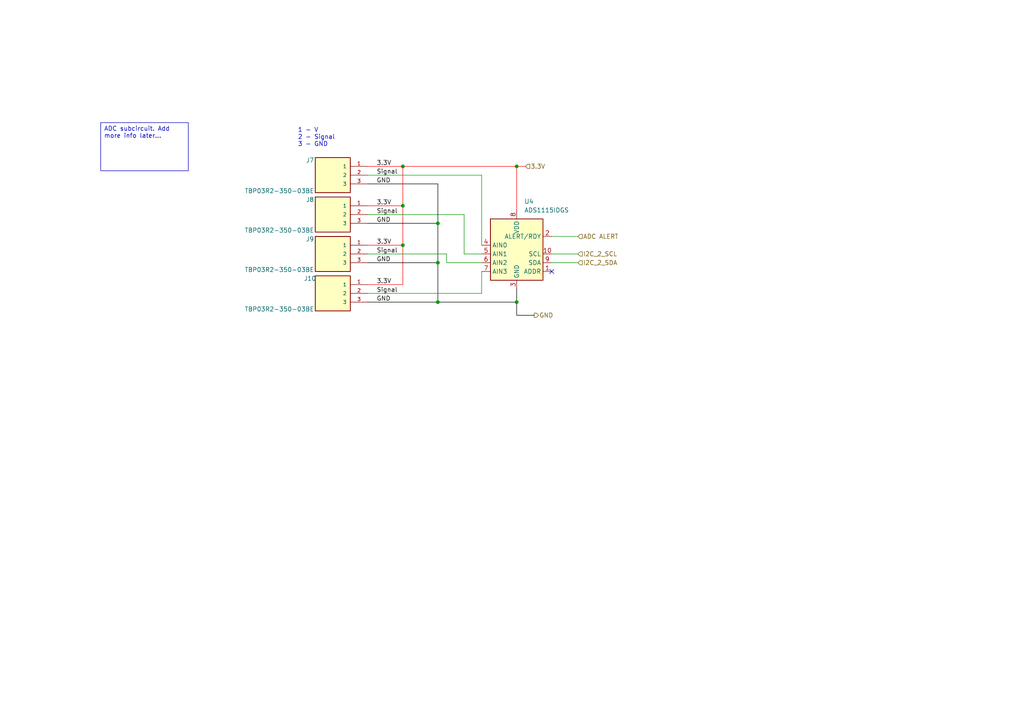
<source format=kicad_sch>
(kicad_sch (version 20231120) (generator "eeschema") (generator_version "8.0")
  (paper "A4")
  (lib_symbols
    (symbol "Analog_ADC:ADS1115IDGS"
      (property "Reference" "U" (at 2.54 13.97 0))
      (property "Value" "ADS1115IDGS" (at 7.62 11.43 0))
      (symbol "ADS1115IDGS_0_1"
        (rectangle (start -7.62 10.16) (end 7.62 -7.62) (stroke (width 0.254)) (fill (type background)))
      )
      (symbol "ADS1115IDGS_1_1"
        (pin input line (at 10.16 -5.08 180) (length 2.54) (name "ADDR") (number "1"))
        (pin input line (at 10.16 0 180) (length 2.54) (name "SCL") (number "10"))
        (pin output line (at 10.16 5.08 180) (length 2.54) (name "ALERT/RDY") (number "2"))
        (pin power_in line (at 0 -10.16 90) (length 2.54) (name "GND") (number "3"))
        (pin input line (at -10.16 2.54 0) (length 2.54) (name "AIN0") (number "4"))
        (pin input line (at -10.16 0 0) (length 2.54) (name "AIN1") (number "5"))
        (pin input line (at -10.16 -2.54 0) (length 2.54) (name "AIN2") (number "6"))
        (pin input line (at -10.16 -5.08 0) (length 2.54) (name "AIN3") (number "7"))
        (pin power_in line (at 0 12.7 270) (length 2.54) (name "VDD") (number "8"))
        (pin bidirectional line (at 10.16 -2.54 180) (length 2.54) (name "SDA") (number "9"))
      )
    )
    (symbol "TBP03R2-350-03BE:TBP03R2-350-03BE" (pin_names (offset 1.016))
      (property "Reference" "J" (at -5.08 7.62 0))
      (property "Value" "TBP03R2-350-03BE" (at -5.08 -7.62 0))
      (symbol "TBP03R2-350-03BE_0_0"
        (rectangle (start -5.08 -5.08) (end 5.08 5.08) (stroke (width 0.254)) (fill (type background)))
        (pin passive line (at -10.16 2.54 0) (length 5.08) (name "1") (number "1"))
        (pin passive line (at -10.16 0 0) (length 5.08) (name "2") (number "2"))
        (pin passive line (at -10.16 -2.54 0) (length 5.08) (name "3") (number "3"))
      )
    )
  )
  (junction (at 116.84 71.12))
  (junction (at 149.86 87.63))
  (junction (at 149.86 48.26))
  (junction (at 116.84 59.69))
  (junction (at 127 64.77))
  (junction (at 127 87.63))
  (junction (at 127 76.2))
  (junction (at 116.84 48.26))
  (no_connect (at 160.02 78.74))
  (wire (pts (xy 116.84 48.26) (xy 149.86 48.26)) (stroke (width 0) (color 255 0 0 1)))
  (wire (pts (xy 160.02 68.58) (xy 167.64 68.58)))
  (wire (pts (xy 106.68 53.34) (xy 127 53.34)) (stroke (width 0) (color 1 0 0 1)))
  (wire (pts (xy 149.86 87.63) (xy 149.86 91.44)) (stroke (width 0) (color 1 0 0 1)))
  (wire (pts (xy 160.02 73.66) (xy 167.64 73.66)))
  (wire (pts (xy 106.68 71.12) (xy 116.84 71.12)) (stroke (width 0) (color 255 0 0 1)))
  (wire (pts (xy 106.68 48.26) (xy 116.84 48.26)) (stroke (width 0) (color 255 0 0 1)))
  (wire (pts (xy 106.68 82.55) (xy 116.84 82.55)) (stroke (width 0) (color 255 0 0 1)))
  (wire (pts (xy 116.84 71.12) (xy 116.84 82.55)) (stroke (width 0) (color 255 0 0 1)))
  (wire (pts (xy 127 53.34) (xy 127 64.77)) (stroke (width 0) (color 1 0 0 1)))
  (wire (pts (xy 106.68 73.66) (xy 129.54 73.66)))
  (wire (pts (xy 127 64.77) (xy 127 76.2)) (stroke (width 0) (color 1 0 0 1)))
  (wire (pts (xy 116.84 59.69) (xy 116.84 71.12)) (stroke (width 0) (color 255 0 0 1)))
  (wire (pts (xy 106.68 50.8) (xy 139.7 50.8)))
  (wire (pts (xy 149.86 48.26) (xy 152.4 48.26)) (stroke (width 0) (color 255 0 0 1)))
  (wire (pts (xy 129.54 76.2) (xy 139.7 76.2)))
  (wire (pts (xy 134.62 73.66) (xy 139.7 73.66)))
  (wire (pts (xy 106.68 76.2) (xy 127 76.2)) (stroke (width 0) (color 1 0 0 1)))
  (wire (pts (xy 106.68 62.23) (xy 134.62 62.23)))
  (wire (pts (xy 160.02 76.2) (xy 167.64 76.2)))
  (wire (pts (xy 106.68 64.77) (xy 127 64.77)) (stroke (width 0) (color 1 0 0 1)))
  (wire (pts (xy 106.68 85.09) (xy 139.7 85.09)))
  (wire (pts (xy 127 87.63) (xy 149.86 87.63)) (stroke (width 0) (color 1 0 0 1)))
  (wire (pts (xy 106.68 87.63) (xy 127 87.63)) (stroke (width 0) (color 1 0 0 1)))
  (wire (pts (xy 149.86 91.44) (xy 154.94 91.44)) (stroke (width 0) (color 1 0 0 1)))
  (wire (pts (xy 129.54 73.66) (xy 129.54 76.2)))
  (wire (pts (xy 139.7 50.8) (xy 139.7 71.12)))
  (wire (pts (xy 116.84 48.26) (xy 116.84 59.69)) (stroke (width 0) (color 255 0 0 1)))
  (wire (pts (xy 149.86 83.82) (xy 149.86 87.63)) (stroke (width 0) (color 1 0 0 1)))
  (wire (pts (xy 149.86 48.26) (xy 149.86 60.96)) (stroke (width 0) (color 255 0 0 1)))
  (wire (pts (xy 134.62 62.23) (xy 134.62 73.66)))
  (wire (pts (xy 106.68 59.69) (xy 116.84 59.69)) (stroke (width 0) (color 255 0 0 1)))
  (wire (pts (xy 127 76.2) (xy 127 87.63)) (stroke (width 0) (color 1 0 0 1)))
  (wire (pts (xy 139.7 85.09) (xy 139.7 78.74)))
  (text_box "ADC subcircuit. Add more info later...\n" (at 29.21 35.56 0) (size 25.4 13.97) (effects (font (size 1.27 1.27)) (justify left top)))
  (text "1 - V\n2 - Signal\n3 - GND" (at 86.36 39.878 0) (effects (font (size 1.27 1.27)) (justify left)))
  (label "Signal" (at 109.22 50.8 0))
  (label "3.3V" (at 109.22 71.12 0))
  (label "GND" (at 109.22 76.2 0))
  (label "Signal" (at 109.22 62.23 0))
  (label "GND" (at 109.22 53.34 0))
  (label "3.3V" (at 109.22 48.26 0))
  (label "GND" (at 109.22 87.63 0))
  (label "3.3V" (at 109.22 82.55 0))
  (label "Signal" (at 109.22 73.66 0))
  (label "3.3V" (at 109.22 59.69 0))
  (label "GND" (at 109.22 64.77 0))
  (label "Signal" (at 109.22 85.09 0))
  (hierarchical_label "3.3V" (shape input) (at 152.4 48.26 0))
  (hierarchical_label "I2C_2_SCL" (shape input) (at 167.64 73.66 0))
  (hierarchical_label "ADC ALERT" (shape input) (at 167.64 68.58 0))
  (hierarchical_label "I2C_2_SDA" (shape input) (at 167.64 76.2 0))
  (hierarchical_label "GND" (shape output) (at 154.94 91.44 0))
  (symbol (lib_id "TBP03R2-350-03BE:TBP03R2-350-03BE") (at 96.52 73.66 0) (mirror y) (unit 1)
    (property "Reference" "J9" (at 89.916 69.342 0))
    (property "Value" "TBP03R2-350-03BE" (at 81.026 78.232 0))
    (property "Footprint" "TBP03R2_350_03BE:CUI_TBP03R2-350-03BE" (effects (hide yes)))
    (property "PARTREV" "1.0" (effects (hide yes)))
    (property "STANDARD" "Manufacturer Recommendations" (effects (hide yes)))
    (property "MAXIMUM_PACKAGE_HEIGHT" "9.50mm" (effects (hide yes)))
    (property "MANUFACTURER" "CUI Devices" (effects (hide yes)))
  )
  (symbol (lib_id "TBP03R2-350-03BE:TBP03R2-350-03BE") (at 96.52 50.8 0) (mirror y) (unit 1)
    (property "Reference" "J7" (at 89.916 46.482 0))
    (property "Value" "TBP03R2-350-03BE" (at 81.026 55.372 0))
    (property "Footprint" "TBP03R2_350_03BE:CUI_TBP03R2-350-03BE" (effects (hide yes)))
    (property "PARTREV" "1.0" (effects (hide yes)))
    (property "STANDARD" "Manufacturer Recommendations" (effects (hide yes)))
    (property "MAXIMUM_PACKAGE_HEIGHT" "9.50mm" (effects (hide yes)))
    (property "MANUFACTURER" "CUI Devices" (effects (hide yes)))
  )
  (symbol (lib_id "TBP03R2-350-03BE:TBP03R2-350-03BE") (at 96.52 62.23 0) (mirror y) (unit 1)
    (property "Reference" "J8" (at 89.916 57.912 0))
    (property "Value" "TBP03R2-350-03BE" (at 81.026 66.802 0))
    (property "Footprint" "TBP03R2_350_03BE:CUI_TBP03R2-350-03BE" (effects (hide yes)))
    (property "PARTREV" "1.0" (effects (hide yes)))
    (property "STANDARD" "Manufacturer Recommendations" (effects (hide yes)))
    (property "MAXIMUM_PACKAGE_HEIGHT" "9.50mm" (effects (hide yes)))
    (property "MANUFACTURER" "CUI Devices" (effects (hide yes)))
  )
  (symbol (lib_id "Analog_ADC:ADS1115IDGS") (at 149.86 73.66 0) (unit 1)
    (property "Reference" "U4" (at 152.0541 58.42 0) (effects (justify left)))
    (property "Value" "ADS1115IDGS" (at 152.0541 60.96 0) (effects (justify left)))
    (property "Footprint" "Package_SO:TSSOP-10_3x3mm_P0.5mm" (effects (hide yes)))
    (property "Datasheet" "http://www.ti.com/lit/ds/symlink/ads1113.pdf" (effects (hide yes)))
    (property "Description" "Ultra-Small, Low-Power, I2C-Compatible, 860-SPS, 16-Bit ADCs With Internal Reference, Oscillator, and Programmable Comparator, VSSOP-10" (effects (hide yes)))
  )
  (symbol (lib_id "TBP03R2-350-03BE:TBP03R2-350-03BE") (at 96.52 85.09 0) (mirror y) (unit 1)
    (property "Reference" "J10" (at 89.916 80.772 0))
    (property "Value" "TBP03R2-350-03BE" (at 81.026 89.662 0))
    (property "Footprint" "TBP03R2_350_03BE:CUI_TBP03R2-350-03BE" (effects (hide yes)))
    (property "PARTREV" "1.0" (effects (hide yes)))
    (property "STANDARD" "Manufacturer Recommendations" (effects (hide yes)))
    (property "MAXIMUM_PACKAGE_HEIGHT" "9.50mm" (effects (hide yes)))
    (property "MANUFACTURER" "CUI Devices" (effects (hide yes)))
  )
)
</source>
